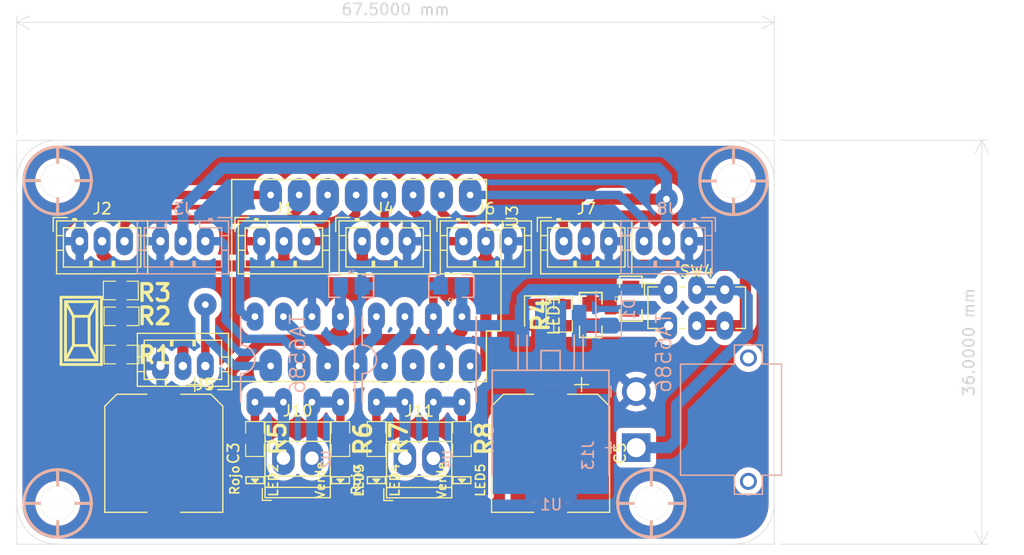
<source format=kicad_pcb>
(kicad_pcb (version 20240108) (generator "pcbnew") (generator_version "8.0")
  (layers (0 "F.Cu" signal) (31 "B.Cu" signal) (34 "B.Paste" user) (35 "F.Paste" user) (36 "B.SilkS" user "B.Silkscreen") (37 "F.SilkS" user "F.Silkscreen") (38 "B.Mask" user) (39 "F.Mask" user) (44 "Edge.Cuts" user))
  (net 0 "")
  (net 1 "VCC")
  (net 2 "GND")
  (net 3 "+5V")
  (net 4 "/JS40F-I")
  (net 5 "/JS40F-LI")
  (net 6 "/QRE-I")
  (net 7 "/JS40F-M")
  (net 8 "/QRE-M")
  (net 9 "/JS40F-D")
  (net 10 "/JS40F-LD")
  (net 11 "/QRE-D")
  (net 12 "/START")
  (net 13 "Net-(R2-Pad2)")
  (net 14 "/MI_A")
  (net 15 "/MI_B")
  (net 17 "/MD_A")
  (net 18 "/MD_B")
  (net 19 "Net-(U2-BO1)")
  (net 20 "Net-(U2-FO1)")
  (net 21 "Net-(U4-BO1)")
  (net 22 "Net-(U4-FO1)")
  (net 23 "/5V")
  (net 24 "Net-(J13-PadP)")
  (net 25 "Net-(LED1-A)")
  (net 26 "Net-(LED2-A)")
  (net 27 "Net-(LED3-A)")
  (net 28 "Net-(LED4-A)")
  (net 29 "Net-(LED5-A)")
  (footprint "EESTN5:R_0805" (layer "F.Cu") (at 118.165002 60.0975 -90)
    (property "Reference" "R8" (at 0 -2 90) (layer "F.SilkS") (effects (font (size 1.5 1.5) (thickness 0.3))))
    (property "Value" "22k" (hide yes))
    (pad "1" smd rect (at -0.9525 0 270) (size 0.889 1.397) (layers "F.Cu" "F.Paste" "F.Mask") (net 22 "Net-(U4-FO1)"))
    (pad "2" smd rect (at 0.9525 0 270) (size 0.889 1.397) (layers "F.Cu" "F.Paste" "F.Mask") (net 29 "Net-(LED5-A)"))
  )
  (footprint "EESTN5:R_0805" (layer "F.Cu") (at 127.18 49.0725 90)
    (property "Reference" "R4" (at 0 -2 90) (layer "F.SilkS") (effects (font (size 1.5 1.5) (thickness 0.3))))
    (property "Value" "R" (hide yes))
    (pad "1" smd rect (at -0.9525 0 90) (size 0.889 1.397) (layers "F.Cu" "F.Paste" "F.Mask") (net 23 "/5V"))
    (pad "2" smd rect (at 0.9525 0 90) (size 0.889 1.397) (layers "F.Cu" "F.Paste" "F.Mask") (net 25 "Net-(LED1-A)"))
  )
  (footprint "Capacitor_SMD:CP_Elec_10x10" (layer "F.Cu") (at 91.6 61.4 -90)
    (property "Reference" "C3" (at 0 -6.2 90) (layer "F.SilkS"))
    (property "Value" "470uF")
    (pad "1" smd roundrect (at -4 0 270) (size 4 2.5) (layers "F.Cu" "F.Paste" "F.Mask") (roundrect_rratio 0.1) (net 1 "VCC"))
    (pad "2" smd roundrect (at 4 0 270) (size 4 2.5) (layers "F.Cu" "F.Paste" "F.Mask") (roundrect_rratio 0.1) (net 2 "GND"))
  )
  (footprint "Connector_JST:JST_PH_B3B-PH-K_1x03_P2.00mm_Vertical" (layer "F.Cu") (at 109.28 42.5)
    (property "Reference" "J4" (at 2 -2.9 0) (layer "F.SilkS"))
    (property "Value" "JS40F-M")
    (pad "1" thru_hole oval (at 0 0) (size 1.5 2.5) (drill 0.75) (layers "*.Cu" "*.Mask") (net 3 "+5V"))
    (pad "2" thru_hole oval (at 2 0) (size 1.5 2.5) (drill 0.75) (layers "*.Cu" "*.Mask") (net 7 "/JS40F-M"))
    (pad "3" thru_hole oval (at 4 0) (size 1.5 2.5) (drill 0.75) (layers "*.Cu" "*.Mask") (net 2 "GND"))
  )
  (footprint "LED_SMD:LED_0805_2012Metric" (layer "F.Cu") (at 124.71 49.0575 -90)
    (property "Reference" "LED1" (at 0 -1.65 90) (layer "F.SilkS"))
    (property "Value" "LED")
    (pad "1" smd roundrect (at -0.9375 0 270) (size 0.975 1.4) (layers "F.Cu" "F.Paste" "F.Mask") (net 25 "Net-(LED1-A)"))
    (pad "2" smd roundrect (at 0.9375 0 270) (size 0.975 1.4) (layers "F.Cu" "F.Paste" "F.Mask") (net 2 "GND"))
  )
  (footprint "EESTN5:R_0805" (layer "F.Cu") (at 87.8 49.195)
    (property "Reference" "R3" (at 2.9675 -2.0925 0) (layer "F.SilkS") (effects (font (size 1.5 1.5) (thickness 0.3))))
    (property "Value" "22k" (hide yes))
    (pad "1" smd rect (at -0.9525 0) (size 0.889 1.397) (layers "F.Cu" "F.Paste" "F.Mask") (net 13 "Net-(R2-Pad2)"))
    (pad "2" smd rect (at 0.9525 0) (size 0.889 1.397) (layers "F.Cu" "F.Paste" "F.Mask") (net 2 "GND"))
  )
  (footprint "Connector_JST:JST_PH_B3B-PH-K_1x03_P2.00mm_Vertical" (layer "F.Cu") (at 84.1 42.5)
    (property "Reference" "J2" (at 2 -2.9 0) (layer "F.SilkS"))
    (property "Value" "JS40F-LI")
    (pad "1" thru_hole oval (at 0 0) (size 1.5 2.5) (drill 0.75) (layers "*.Cu" "*.Mask") (net 2 "GND"))
    (pad "2" thru_hole oval (at 2 0) (size 1.5 2.5) (drill 0.75) (layers "*.Cu" "*.Mask") (net 3 "+5V"))
    (pad "3" thru_hole oval (at 4 0) (size 1.5 2.5) (drill 0.75) (layers "*.Cu" "*.Mask") (net 5 "/JS40F-LI"))
  )
  (footprint "EESTN5:hole_3mm" (layer "F.Cu") (at 82.14 65.86)
    (property "Reference" "H2" (hide yes))
    (property "Value" "Mounting_Hole" (hide yes))
    (pad "2" thru_hole circle (at 0 0) (size 3 3) (drill 3) (layers "*.Cu" "F.SilkS"))
  )
  (footprint "EESTN5:TB 2.54mm" (layer "F.Cu") (at 102.26 61.83375)
    (property "Reference" "J10" (at 1.27 -4.22 0) (layer "F.SilkS"))
    (property "Value" "MOTOR-I")
    (pad "1" thru_hole oval (at 0 0) (size 2 3) (drill 1.2) (layers "*.Cu" "*.Mask") (net 19 "Net-(U2-BO1)"))
    (pad "2" thru_hole oval (at 2.54 0) (size 2 3) (drill 1.2) (layers "*.Cu" "*.Mask") (net 20 "Net-(U2-FO1)"))
  )
  (footprint "EESTN5:hole_3mm" (layer "F.Cu") (at 135.05 65.86)
    (property "Reference" "H4" (hide yes))
    (property "Value" "Mounting_Hole" (hide yes))
    (pad "4" thru_hole circle (at 0 0) (size 3 3) (drill 3) (layers "*.Cu" "F.SilkS"))
  )
  (footprint "EESTN5:hole_3mm" (layer "F.Cu") (at 82.14 37.1)
    (property "Reference" "H1" (hide yes))
    (property "Value" "Mounting_Hole" (hide yes))
    (pad "1" thru_hole circle (at 0 0) (size 3 3) (drill 3) (layers "*.Cu" "F.SilkS"))
  )
  (footprint "Connector_JST:JST_PH_B3B-PH-K_1x03_P2.00mm_Vertical" (layer "F.Cu") (at 118.3 42.5)
    (property "Reference" "J6" (at 2 -2.9 0) (layer "F.SilkS"))
    (property "Value" "JS40F-D")
    (pad "1" thru_hole oval (at 0 0) (size 1.5 2.5) (drill 0.75) (layers "*.Cu" "*.Mask") (net 9 "/JS40F-D"))
    (pad "2" thru_hole oval (at 2 0) (size 1.5 2.5) (drill 0.75) (layers "*.Cu" "*.Mask") (net 3 "+5V"))
    (pad "3" thru_hole oval (at 4 0) (size 1.5 2.5) (drill 0.75) (layers "*.Cu" "*.Mask") (net 2 "GND"))
  )
  (footprint "Button_Switch_THT:SW_E-Switch_EG1271_SPDT" (layer "F.Cu") (at 136.5925 46.825)
    (property "Reference" "SW4" (at 2.5 -1.65 0) (layer "F.SilkS"))
    (property "Value" "SW_DIP_x03")
    (pad "1" thru_hole oval (at 0 0) (size 1.5 2.5) (drill 0.8) (layers "*.Cu" "*.Mask") (net 1 "VCC"))
    (pad "2" thru_hole oval (at 2.5 0) (size 1.5 2.5) (drill 0.8) (layers "*.Cu" "*.Mask") (net 24 "Net-(J13-PadP)"))
    (pad "3" thru_hole oval (at 5 0) (size 1.5 2.5) (drill 0.8) (layers "*.Cu" "*.Mask") (net 24 "Net-(J13-PadP)"))
    (pad "4" thru_hole oval (at 0 3.2) (size 1.5 2.5) (drill 0.8) (layers "*.Cu" "*.Mask") (net 23 "/5V"))
    (pad "5" thru_hole oval (at 2.5 3.2) (size 1.5 2.5) (drill 0.8) (layers "*.Cu" "*.Mask") (net 3 "+5V"))
    (pad "6" thru_hole oval (at 5 3.2) (size 1.5 2.5) (drill 0.8) (layers "*.Cu" "*.Mask") (net 3 "+5V"))
  )
  (footprint "EESTN5:MODULE_ESP32-C3_SUPERMINI" (layer "F.Cu") (at 109 46 -90)
    (property "Reference" "U3" (at -5.715 -13.6525 90) (layer "F.SilkS"))
    (property "Value" "ESP32-C3_SUPERMINI_TH")
    (pad "0" thru_hole oval (at 7.62 7.88 270) (size 3 2) (drill 0.6) (layers "*.Cu" "*.Mask") (net 8 "/QRE-M"))
    (pad "1" thru_hole oval (at 7.62 5.34 270) (size 3 2) (drill 0.6) (layers "*.Cu" "*.Mask") (net 6 "/QRE-I"))
    (pad "2" thru_hole oval (at 7.62 2.8 270) (size 3 2) (drill 0.6) (layers "*.Cu" "*.Mask") (net 15 "/MI_B"))
    (pad "3" thru_hole oval (at 7.62 0.26 270) (size 3 2) (drill 0.6) (layers "*.Cu" "*.Mask") (net 17 "/MD_A"))
    (pad "3.3" thru_hole oval (at 7.62 -4.82 270) (size 3 2) (drill 0.6) (layers "*.Cu" "*.Mask"))
    (pad "4" thru_hole oval (at 7.62 -2.28 270) (size 3 2) (drill 0.6) (layers "*.Cu" "*.Mask") (net 18 "/MD_B"))
    (pad "5" thru_hole oval (at -7.62 -9.9 270) (size 3 2) (drill 0.6) (layers "*.Cu" "*.Mask") (net 11 "/QRE-D"))
    (pad "5V" thru_hole oval (at 7.62 -9.9 270) (size 3 2) (drill 0.6) (layers "*.Cu" "*.Mask") (net 3 "+5V"))
    (pad "6" thru_hole oval (at -7.62 -7.36 270) (size 3 2) (drill 0.6) (layers "*.Cu" "*.Mask") (net 10 "/JS40F-LD"))
    (pad "7" thru_hole oval (at -7.62 -4.82 270) (size 3 2) (drill 0.6) (layers "*.Cu" "*.Mask") (net 9 "/JS40F-D"))
    (pad "8" thru_hole oval (at -7.62 -2.28 270) (size 3 2) (drill 0.6) (layers "*.Cu" "*.Mask") (net 7 "/JS40F-M"))
    (pad "9" thru_hole oval (at -7.62 0.26 270) (size 3 2) (drill 0.6) (layers "*.Cu" "*.Mask") (net 4 "/JS40F-I"))
    (pad "10" thru_hole oval (at -7.62 2.8 270) (size 3 2) (drill 0.6) (layers "*.Cu" "*.Mask") (net 14 "/MI_A"))
    (pad "20" thru_hole oval (at -7.62 5.34 270) (size 3 2) (drill 0.6) (layers "*.Cu" "*.Mask") (net 5 "/JS40F-LI"))
    (pad "21" thru_hole oval (at -7.62 7.88 270) (size 3 2) (drill 0.6) (layers "*.Cu" "*.Mask") (net 12 "/START"))
    (pad "G" thru_hole oval (at 7.62 -7.36 270) (size 3 2) (drill 0.6) (layers "*.Cu" "*.Mask") (net 2 "GND"))
  )
  (footprint "Connector_JST:JST_PH_B3B-PH-K_1x03_P2.00mm_Vertical" (layer "F.Cu") (at 95.3 53.62 180)
    (property "Reference" "J5" (at 0.025 -1.65 0) (layer "F.SilkS"))
    (property "Value" "QRE-M")
    (pad "1" thru_hole oval (at 0 0 180) (size 1.5 2.5) (drill 0.75) (layers "*.Cu" "*.Mask") (net 8 "/QRE-M"))
    (pad "2" thru_hole oval (at 2 0 180) (size 1.5 2.5) (drill 0.75) (layers "*.Cu" "*.Mask") (net 3 "+5V"))
    (pad "3" thru_hole oval (at 4 0 180) (size 1.5 2.5) (drill 0.75) (layers "*.Cu" "*.Mask") (net 2 "GND"))
  )
  (footprint "EESTN5:Pulsador_SMD_2_BAJO" (layer "F.Cu") (at 84.23925 50.48918 -90)
    (property "Reference" "SW2" (hide yes))
    (property "Value" "SW_Push" (hide yes))
    (pad "1" smd rect (at -3.59918 0 270) (size 1.00076 1.00076) (layers "F.Cu" "F.Paste" "F.Mask") (net 13 "Net-(R2-Pad2)"))
    (pad "2" smd rect (at 3.59918 0 270) (size 1.00076 1.00076) (layers "F.Cu" "F.Paste" "F.Mask") (net 12 "/START"))
  )
  (footprint "EESTN5:R_0805" (layer "F.Cu") (at 87.8 46.89 180)
    (property "Reference" "R2" (at -2.9775 -2.2925 0) (layer "F.SilkS") (effects (font (size 1.5 1.5) (thickness 0.3))))
    (property "Value" "10K" (hide yes))
    (pad "1" smd rect (at -0.9525 0 180) (size 0.889 1.397) (layers "F.Cu" "F.Paste" "F.Mask") (net 3 "+5V"))
    (pad "2" smd rect (at 0.9525 0 180) (size 0.889 1.397) (layers "F.Cu" "F.Paste" "F.Mask") (net 13 "Net-(R2-Pad2)"))
  )
  (footprint "EESTN5:R_0805" (layer "F.Cu") (at 87.8 52.6)
    (property "Reference" "R1" (at 2.9875 0.0425 0) (layer "F.SilkS") (effects (font (size 1.5 1.5) (thickness 0.3))))
    (property "Value" "1K" (hide yes))
    (pad "1" smd rect (at -0.9525 0) (size 0.889 1.397) (layers "F.Cu" "F.Paste" "F.Mask") (net 12 "/START"))
    (pad "2" smd rect (at 0.9525 0) (size 0.889 1.397) (layers "F.Cu" "F.Paste" "F.Mask") (net 2 "GND"))
  )
  (footprint "EESTN5:R_0805" (layer "F.Cu") (at 110.545002 60.0975 -90)
    (property "Reference" "R7" (at 0 -2 90) (layer "F.SilkS") (effects (font (size 1.5 1.5) (thickness 0.3))))
    (property "Value" "22k" (hide yes))
    (pad "1" smd rect (at -0.9525 0 270) (size 0.889 1.397) (layers "F.Cu" "F.Paste" "F.Mask") (net 21 "Net-(U4-BO1)"))
    (pad "2" smd rect (at 0.9525 0 270) (size 0.889 1.397) (layers "F.Cu" "F.Paste" "F.Mask") (net 28 "Net-(LED4-A)"))
  )
  (footprint "Connector_JST:JST_PH_B3B-PH-K_1x03_P2.00mm_Vertical" (layer "F.Cu") (at 100.3 42.5)
    (property "Reference" "J1" (at 2 -2.9 0) (layer "F.SilkS"))
    (property "Value" "JS40F-I")
    (pad "1" thru_hole oval (at 0 0) (size 1.5 2.5) (drill 0.75) (layers "*.Cu" "*.Mask") (net 2 "GND"))
    (pad "2" thru_hole oval (at 2 0) (size 1.5 2.5) (drill 0.75) (layers "*.Cu" "*.Mask") (net 3 "+5V"))
    (pad "3" thru_hole oval (at 4 0) (size 1.5 2.5) (drill 0.75) (layers "*.Cu" "*.Mask") (net 4 "/JS40F-I"))
  )
  (footprint "EESTN5:C_0805" (layer "F.Cu") (at 133.22 47.62 90)
    (property "Reference" "C1" (at 0 -1.25 90) (layer "F.SilkS") (effects (font (size 0.29972 0.29972) (thickness 0.06096))))
    (property "Value" "330nF" (hide yes))
    (pad "1" smd rect (at 0.9525 0 90) (size 1.30048 1.4986) (layers "F.Cu" "F.Paste" "F.Mask") (net 1 "VCC"))
    (pad "2" smd rect (at -0.9525 0 90) (size 1.30048 1.4986) (layers "F.Cu" "F.Paste" "F.Mask") (net 2 "GND"))
  )
  (footprint "Connector_JST:JST_PH_B3B-PH-K_1x03_P2.00mm_Vertical" (layer "F.Cu") (at 127.25 42.5)
    (property "Reference" "J7" (at 2 -2.9 0) (layer "F.SilkS"))
    (property "Value" "JS40F-LD")
    (pad "1" thru_hole oval (at 0 0) (size 1.5 2.5) (drill 0.75) (layers "*.Cu" "*.Mask") (net 10 "/JS40F-LD"))
    (pad "2" thru_hole oval (at 2 0) (size 1.5 2.5) (drill 0.75) (layers "*.Cu" "*.Mask") (net 3 "+5V"))
    (pad "3" thru_hole oval (at 4 0) (size 1.5 2.5) (drill 0.75) (layers "*.Cu" "*.Mask") (net 2 "GND"))
  )
  (footprint "EESTN5:Led_0805" (layer "F.Cu") (at 118.165002 63.8 -90)
    (property "Reference" "LED5" (at 0 -1.651 90) (layer "F.SilkS") (effects (font (size 0.8001 0.8001) (thickness 0.14986))))
    (property "Value" "Verde" (at 0 1.80086 90) (layer "F.SilkS") (effects (font (size 0.8001 0.8001) (thickness 0.14986))))
    (pad "1" smd rect (at -1.04902 0 270) (size 1.19888 1.19888) (layers "F.Cu" "F.Paste" "F.Mask") (net 29 "Net-(LED5-A)"))
    (pad "2" smd rect (at 1.04902 0 270) (size 1.19888 1.19888) (layers "F.Cu" "F.Paste" "F.Mask") (net 2 "GND"))
  )
  (footprint "EESTN5:TB 2.54mm" (layer "F.Cu") (at 113.085002 61.85)
    (property "Reference" "J11" (at 1.27 -4.22 0) (layer "F.SilkS"))
    (property "Value" "MOTOR-D")
    (pad "1" thru_hole oval (at 0 0) (size 2 3) (drill 1.2) (layers "*.Cu" "*.Mask") (net 21 "Net-(U4-BO1)"))
    (pad "2" thru_hole oval (at 2.54 0) (size 2 3) (drill 1.2) (layers "*.Cu" "*.Mask") (net 22 "Net-(U4-FO1)"))
  )
  (footprint "EESTN5:C_0805" (layer "F.Cu") (at 129.65 49.0725 -90)
    (property "Reference" "C2" (hide yes))
    (property "Value" "100nF" (hide yes))
    (pad "1" smd rect (at 0.9525 0 270) (size 1.30048 1.4986) (layers "F.Cu" "F.Paste" "F.Mask") (net 23 "/5V"))
    (pad "2" smd rect (at -0.9525 0 270) (size 1.30048 1.4986) (layers "F.Cu" "F.Paste" "F.Mask") (net 2 "GND"))
  )
  (footprint "EESTN5:R_0805" (layer "F.Cu") (at 99.72 60.0975 -90)
    (property "Reference" "R5" (at 0 -2 90) (layer "F.SilkS") (effects (font (size 1.5 1.5) (thickness 0.3))))
    (property "Value" "22k" (hide yes))
    (pad "1" smd rect (at -0.9525 0 270) (size 0.889 1.397) (layers "F.Cu" "F.Paste" "F.Mask") (net 19 "Net-(U2-BO1)"))
    (pad "2" smd rect (at 0.9525 0 270) (size 0.889 1.397) (layers "F.Cu" "F.Paste" "F.Mask") (net 26 "Net-(LED2-A)"))
  )
  (footprint "Capacitor_SMD:CP_Elec_10x10" (layer "F.Cu") (at 126.07 61.4 -90)
    (property "Reference" "C5" (at 0 -6.2 90) (layer "F.SilkS"))
    (property "Value" "470uF")
    (pad "1" smd roundrect (at -4 0 270) (size 4 2.5) (layers "F.Cu" "F.Paste" "F.Mask") (roundrect_rratio 0.1) (net 1 "VCC"))
    (pad "2" smd roundrect (at 4 0 270) (size 4 2.5) (layers "F.Cu" "F.Paste" "F.Mask") (roundrect_rratio 0.1) (net 2 "GND"))
  )
  (footprint "EESTN5:Led_0805" (layer "F.Cu") (at 107.34 63.8 -90)
    (property "Reference" "LED3" (at 0 -1.651 90) (layer "F.SilkS") (effects (font (size 0.8001 0.8001) (thickness 0.14986))))
    (property "Value" "Verde" (at 0 1.80086 90) (layer "F.SilkS") (effects (font (size 0.8001 0.8001) (thickness 0.14986))))
    (pad "1" smd rect (at -1.04902 0 270) (size 1.19888 1.19888) (layers "F.Cu" "F.Paste" "F.Mask") (net 27 "Net-(LED3-A)"))
    (pad "2" smd rect (at 1.04902 0 270) (size 1.19888 1.19888) (layers "F.Cu" "F.Paste" "F.Mask") (net 2 "GND"))
  )
  (footprint "EESTN5:hole_3mm" (layer "F.Cu") (at 142.37 37.13)
    (property "Reference" "H3" (hide yes))
    (property "Value" "Mounting_Hole" (hide yes))
    (pad "3" thru_hole circle (at 0 0) (size 3 3) (drill 3) (layers "*.Cu" "F.SilkS"))
  )
  (footprint "EESTN5:Led_0805" (layer "F.Cu") (at 99.72 63.8 -90)
    (property "Reference" "LED2" (at 0 -1.651 90) (layer "F.SilkS") (effects (font (size 0.8001 0.8001) (thickness 0.14986))))
    (property "Value" "Rojo" (at 0 1.80086 90) (layer "F.SilkS") (effects (font (size 0.8001 0.8001) (thickness 0.14986))))
    (pad "1" smd rect (at -1.04902 0 270) (size 1.19888 1.19888) (layers "F.Cu" "F.Paste" "F.Mask") (net 26 "Net-(LED2-A)"))
    (pad "2" smd rect (at 1.04902 0 270) (size 1.19888 1.19888) (layers "F.Cu" "F.Paste" "F.Mask") (net 2 "GND"))
  )
  (footprint "EESTN5:R_0805" (layer "F.Cu") (at 107.34 60.0975 -90)
    (property "Reference" "R6" (at 0 -2 90) (layer "F.SilkS") (effects (font (size 1.5 1.5) (thickness 0.3))))
    (property "Value" "22k" (hide yes))
    (pad "1" smd rect (at -0.9525 0 270) (size 0.889 1.397) (layers "F.Cu" "F.Paste" "F.Mask") (net 20 "Net-(U2-FO1)"))
    (pad "2" smd rect (at 0.9525 0 270) (size 0.889 1.397) (layers "F.Cu" "F.Paste" "F.Mask") (net 27 "Net-(LED3-A)"))
  )
  (footprint "EESTN5:Led_0805" (layer "F.Cu") (at 110.545002 63.8 -90)
    (property "Reference" "LED4" (at 0 -1.651 90) (layer "F.SilkS") (effects (font (size 0.8001 0.8001) (thickness 0.14986))))
    (property "Value" "Rojo" (at 0 1.80086 90) (layer "F.SilkS") (effects (font (size 0.8001 0.8001) (thickness 0.14986))))
    (pad "1" smd rect (at -1.04902 0 270) (size 1.19888 1.19888) (layers "F.Cu" "F.Paste" "F.Mask") (net 28 "Net-(LED4-A)"))
    (pad "2" smd rect (at 1.04902 0 270) (size 1.19888 1.19888) (layers "F.Cu" "F.Paste" "F.Mask") (net 2 "GND"))
  )
  (footprint "EESTN5:D2PAK" (layer "B.Cu") (at 126.07 58.675)
    (property "Reference" "U1" (at 0.0475 7.3 0) (layer "B.SilkS") (effects (justify mirror)))
    (property "Value" "L7805" (hide yes))
    (pad "1" smd rect (at -2.54 -8.65) (size 1.3 3.7) (layers "B.Cu" "B.Paste" "B.Mask") (net 1 "VCC"))
    (pad "2" smd rect (at 0 1.9) (size 10.3 8.9) (layers "B.Cu" "B.Paste" "B.Mask") (net 2 "GND"))
    (pad "3" smd rect (at 2.54 -8.65) (size 1.3 3.7) (layers "B.Cu" "B.Paste" "B.Mask") (net 23 "/5V"))
  )
  (footprint "EESTN5:C_0805" (layer "B.Cu") (at 117.212502 46.5)
    (property "Reference" "C4" (at 0 1.25 0) (layer "F.SilkS") (effects (font (size 0.29972 0.29972) (thickness 0.06096))))
    (property "Value" "100nF" (hide yes))
    (pad "1" smd rect (at 0.9525 0) (size 1.30048 1.4986) (layers "B.Cu" "B.Paste" "B.Mask") (net 1 "VCC"))
    (pad "2" smd rect (at -0.9525 0) (size 1.30048 1.4986) (layers "B.Cu" "B.Paste" "B.Mask") (net 2 "GND"))
  )
  (footprint "EESTN5:TA6586-FOOTPRINT" (layer "B.Cu") (at 116.895002 61.92 -90)
    (property "Reference" "U4" (at 0 0 90) (layer "B.SilkS") (effects (font (size 0.787402 0.787402)) (justify mirror)))
    (property "Value" "TA6586")
    (fp_text user "TA6586 " (at -8.968 -19.26 90) (layer "B.SilkS") (effects (font (size 1.32 1.32)) (justify mirror)))
    (pad "1" thru_hole oval (at -12.7 6.35 270) (size 2.5 1.5) (drill 0.6) (layers "*.Cu" "*.Mask") (net 17 "/MD_A"))
    (pad "2" thru_hole oval (at -12.7 3.81 270) (size 2.5 1.5) (drill 0.6) (layers "*.Cu" "*.Mask") (net 18 "/MD_B"))
    (pad "3" thru_hole oval (at -12.7 1.27 270) (size 2.5 1.5) (drill 0.6) (layers "*.Cu" "*.Mask") (net 2 "GND"))
    (pad "4" thru_hole oval (at -12.7 -1.27 270) (size 2.5 1.5) (drill 0.6) (layers "*.Cu" "*.Mask") (net 1 "VCC"))
    (pad "5" thru_hole oval (at -5.08 -1.27 270) (size 2.5 1.5) (drill 0.6) (layers "*.Cu" "*.Mask") (net 22 "Net-(U4-FO1)"))
    (pad "6" thru_hole oval (at -5.08 1.27 270) (size 2.5 1.5) (drill 0.6) (layers "*.Cu" "*.Mask") (net 22 "Net-(U4-FO1)"))
    (pad "7" thru_hole oval (at -5.08 3.81 270) (size 2.5 1.5) (drill 0.6) (layers "*.Cu" "*.Mask") (net 21 "Net-(U4-BO1)"))
    (pad "8" thru_hole oval (at -5.08 6.35 270) (size 2.5 1.5) (drill 0.6) (layers "*.Cu" "*.Mask") (net 21 "Net-(U4-BO1)"))
  )
  (footprint "Connector_JST:JST_PH_B3B-PH-K_1x03_P2.00mm_Vertical" (layer "B.Cu") (at 95.3 42.5 180)
    (property "Reference" "J3" (at 2 2.9 0) (layer "B.SilkS") (effects (justify mirror)))
    (property "Value" "QRE-I")
    (pad "1" thru_hole oval (at 0 0 180) (size 1.5 2.5) (drill 0.75) (layers "*.Cu" "*.Mask") (net 6 "/QRE-I"))
    (pad "2" thru_hole oval (at 2 0 180) (size 1.5 2.5) (drill 0.75) (layers "*.Cu" "*.Mask") (net 3 "+5V"))
    (pad "3" thru_hole oval (at 4 0 180) (size 1.5 2.5) (drill 0.75) (layers "*.Cu" "*.Mask") (net 2 "GND"))
  )
  (footprint "EESTN5:C_0805" (layer "B.Cu") (at 108.2925 46.5 180)
    (property "Reference" "C6" (at 0 1.25 0) (layer "B.SilkS") (effects (font (size 0.29972 0.29972) (thickness 0.06096)) (justify mirror)))
    (property "Value" "100nF" (hide yes))
    (pad "1" smd rect (at 0.9525 0 180) (size 1.30048 1.4986) (layers "B.Cu" "B.Paste" "B.Mask") (net 1 "VCC"))
    (pad "2" smd rect (at -0.9525 0 180) (size 1.30048 1.4986) (layers "B.Cu" "B.Paste" "B.Mask") (net 2 "GND"))
  )
  (footprint "Connector_JST:JST_PH_B3B-PH-K_1x03_P2.00mm_Vertical" (layer "B.Cu") (at 138.4 42.5 180)
    (property "Reference" "J8" (at 2 2.9 0) (layer "B.SilkS") (effects (justify mirror)))
    (property "Value" "QRE-D")
    (pad "1" thru_hole oval (at 0 0 180) (size 1.5 2.5) (drill 0.75) (layers "*.Cu" "*.Mask") (net 2 "GND"))
    (pad "2" thru_hole oval (at 2 0 180) (size 1.5 2.5) (drill 0.75) (layers "*.Cu" "*.Mask") (net 3 "+5V"))
    (pad "3" thru_hole oval (at 4 0 180) (size 1.5 2.5) (drill 0.75) (layers "*.Cu" "*.Mask") (net 11 "/QRE-D"))
  )
  (footprint "Diode_SMD:D_1206_3216Metric_Pad1.42x1.75mm_HandSolder" (layer "B.Cu") (at 131.24 48.5375 90)
    (property "Reference" "D1" (at 0 1.82 90) (layer "B.SilkS") (effects (justify mirror)))
    (property "Value" "DIODE")
    (pad "1" smd roundrect (at -1.4875 0 90) (size 1.425 1.75) (layers "B.Cu" "B.Paste" "B.Mask") (roundrect_rratio 0.175439) (net 23 "/5V"))
    (pad "2" smd roundrect (at 1.4875 0 90) (size 1.425 1.75) (layers "B.Cu" "B.Paste" "B.Mask") (roundrect_rratio 0.175439) (net 1 "VCC"))
  )
  (footprint "EESTN5:AMASS_XT30PW-M" (layer "B.Cu") (at 143.7 58.4 90)
    (property "Reference" "J13" (at -3.175 -14.2875 90) (layer "B.SilkS") (effects (justify mirror)))
    (property "Value" "XT30PW-M")
    (pad "N" thru_hole circle (at 2.5 -10 90) (size 2.55 2.55) (drill 1.7) (layers "*.Cu" "*.Mask") (net 2 "GND"))
    (pad "P" thru_hole rect (at -2.5 -10 90) (size 2.55 2.55) (drill 1.7) (layers "*.Cu" "*.Mask") (net 24 "Net-(J13-PadP)"))
    (pad "S1" thru_hole circle (at 5.5 0 90) (size 1.508 1.508) (drill 1) (layers "*.Cu" "*.Mask"))
    (pad "S2" thru_hole circle (at -5.5 0 90) (size 1.508 1.508) (drill 1) (layers "*.Cu" "*.Mask"))
  )
  (footprint "EESTN5:TA6586-FOOTPRINT" (layer "B.Cu") (at 106.07 61.92 -90)
    (property "Reference" "U2" (at 0 0 90) (layer "B.SilkS") (effects (font (size 0.787402 0.787402)) (justify mirror)))
    (property "Value" "TA6586")
    (fp_text user "TA6586 " (at -8.89 2.54 90) (layer "B.SilkS") (effects (font (size 1.32 1.32)) (justify mirror)))
    (pad "1" thru_hole oval (at -12.7 6.35 270) (size 2.5 1.5) (drill 0.6) (layers "*.Cu" "*.Mask") (net 14 "/MI_A"))
    (pad "2" thru_hole oval (at -12.7 3.81 270) (size 2.5 1.5) (drill 0.6) (layers "*.Cu" "*.Mask") (net 15 "/MI_B"))
    (pad "3" thru_hole oval (at -12.7 1.27 270) (size 2.5 1.5) (drill 0.6) (layers "*.Cu" "*.Mask") (net 2 "GND"))
    (pad "4" thru_hole oval (at -12.7 -1.27 270) (size 2.5 1.5) (drill 0.6) (layers "*.Cu" "*.Mask") (net 1 "VCC"))
    (pad "5" thru_hole oval (at -5.08 -1.27 270) (size 2.5 1.5) (drill 0.6) (layers "*.Cu" "*.Mask") (net 20 "Net-(U2-FO1)"))
    (pad "6" thru_hole oval (at -5.08 1.27 270) (size 2.5 1.5) (drill 0.6) (layers "*.Cu" "*.Mask") (net 20 "Net-(U2-FO1)"))
    (pad "7" thru_hole oval (at -5.08 3.81 270) (size 2.5 1.5) (drill 0.6) (layers "*.Cu" "*.Mask") (net 19 "Net-(U2-BO1)"))
    (pad "8" thru_hole oval (at -5.08 6.35 270) (size 2.5 1.5) (drill 0.6) (layers "*.Cu" "*.Mask") (net 19 "Net-(U2-BO1)"))
  )
  (gr_arc (start 146 65.9) (mid 144.945584 68.445584) (end 142.4 69.5) (stroke (width 0.05)) (layer "Edge.Cuts"))
  (gr_arc (start 82.1 69.5) (mid 79.554416 68.445584) (end 78.5 65.9) (stroke (width 0.05)) (layer "Edge.Cuts"))
  (gr_arc (start 78.5 37.1) (mid 79.554416 34.554416) (end 82.1 33.5) (stroke (width 0.05)) (layer "Edge.Cuts"))
  (gr_rect (start 78.5 33.5) (end 146 69.5) (stroke (width 0.05)) (fill none) (layer "Edge.Cuts"))
  (gr_arc (start 142.4 33.5) (mid 144.945584 34.554416) (end 146 37.1) (stroke (width 0.05)) (layer "Edge.Cuts"))
  (dimension (type aligned) (layer "Edge.Cuts") (pts (xy 146 33.5) (xy 146 69.5)) (height -18.5) (gr_text "36,0000 mm" (at 163.35 51.5 90) (layer "Edge.Cuts") (effects (font (size 1 1) (thickness 0.15)))) (format (prefix "") (suffix "") (units 3) (units_format 1) (precision 4)) (style (thickness 0.05) (arrow_length 1.27) (text_position_mode 0) (extension_height 0.58642) (extension_offset 0.5) keep_text_aligned))
  (dimension (type aligned) (layer "Edge.Cuts") (pts (xy 146 33.5) (xy 78.5 33.5)) (height 10.499999) (gr_text "67,5000 mm" (at 112.25 21.850001 0) (layer "Edge.Cuts") (effects (font (size 1 1) (thickness 0.15)))) (format (prefix "") (suffix "") (units 3) (units_format 1) (precision 4)) (style (thickness 0.05) (arrow_length 1.27) (text_position_mode 0) (extension_height 0.58642) (extension_offset 0.5) keep_text_aligned))
  (segment (start 126.07 57.4) (end 122.65 57.4) (width 1) (layer "F.Cu") (net 1))
  (segment (start 133.3775 46.825) (end 133.22 46.6675) (width 1) (layer "F.Cu") (net 1))
  (segment (start 97.6 56.4) (end 96.6 57.4) (width 1) (layer "F.Cu") (net 1))
  (segment (start 95.6 58.4) (end 96.6 57.4) (width 1) (layer "F.Cu") (net 1))
  (segment (start 96.6 57.4) (end 91.6 57.4) (width 1) (layer "F.Cu") (net 1))
  (segment (start 118.165002 50.534998) (end 117.43 51.27) (width 1) (layer "F.Cu") (net 1))
  (segment (start 119.8 67.25) (end 97.35 67.25) (width 1) (layer "F.Cu") (net 1))
  (segment (start 107.34 50.26) (end 106.28 51.32) (width 1) (layer "F.Cu") (net 1))
  (segment (start 106.28 51.32) (end 100.374416 51.32) (width 1) (layer "F.Cu") (net 1))
  (segment (start 118.165002 49.22) (end 118.165002 50.534998) (width 1) (layer "F.Cu") (net 1))
  (segment (start 100.374416 51.32) (end 97.6 54.094416) (width 1) (layer "F.Cu") (net 1))
  (segment (start 107.97 51.27) (end 107.34 50.64) (width 1) (layer "F.Cu") (net 1))
  (segment (start 97.6 54.094416) (end 97.6 56.4) (width 1) (layer "F.Cu") (net 1))
  (segment (start 117.43 51.27) (end 107.97 51.27) (width 1) (layer "F.Cu") (net 1))
  (segment (start 107.34 50.64) (end 107.34 49.22) (width 1) (layer "F.Cu") (net 1))
  (segment (start 136.5925 46.825) (end 133.3775 46.825) (width 1) (layer "F.Cu") (net 1))
  (segment (start 121.5 65.55) (end 119.8 67.25) (width 1) (layer "F.Cu") (net 1))
  (segment (start 121.5 58.55) (end 121.5 65.55) (width 1) (layer "F.Cu") (net 1))
  (segment (start 95.6 65.5) (end 95.6 58.4) (width 1) (layer "F.Cu") (net 1))
  (segment (start 97.35 67.25) (end 95.6 65.5) (width 1) (layer "F.Cu") (net 1))
  (segment (start 122.65 57.4) (end 121.5 58.55) (width 1) (layer "F.Cu") (net 1))
  (segment (start 107.34 49.22) (end 107.34 50.26) (width 1) (layer "F.Cu") (net 1))
  (segment (start 118.625 50.025) (end 123.53 50.025) (width 1) (layer "B.Cu") (net 1))
  (segment (start 118.165002 49.22) (end 118.165002 49.565002) (width 1) (layer "B.Cu") (net 1))
  (segment (start 123.53 50.025) (end 123.53 47.57) (width 1) (layer "B.Cu") (net 1))
  (segment (start 118.165002 49.565002) (end 118.625 50.025) (width 1) (layer "B.Cu") (net 1))
  (segment (start 124.275 46.825) (end 126.07 46.825) (width 1) (layer "B.Cu") (net 1))
  (segment (start 118.165002 49.22) (end 118.165002 46.7) (width 1) (layer "B.Cu") (net 1))
  (segment (start 107.34 49.22) (end 107.34 46.5) (width 1) (layer "B.Cu") (net 1))
  (segment (start 123.53 47.57) (end 124.275 46.825) (width 1) (layer "B.Cu") (net 1))
  (segment (start 126.07 46.825) (end 136.5925 46.825) (width 1) (layer "B.Cu") (net 1))
  (segment (start 102.3 42.5) (end 102.3 44.2) (width 1) (layer "F.Cu") (net 3))
  (segment (start 139.0925 50.025) (end 141.5925 50.025) (width 1) (layer "F.Cu") (net 3))
  (segment (start 89.1 44.7) (end 87.15 44.7) (width 1) (layer "F.Cu") (net 3))
  (segment (start 91.49 46.89) (end 89.1 46.89) (width 1) (layer "F.Cu") (net 3))
  (segment (start 109.28 43.72) (end 109.28 42.5) (width 1) (layer "F.Cu") (net 3))
  (segment (start 93.3 53.62) (end 93.3 48.5) (width 1) (layer "F.Cu") (net 3))
  (segment (start 129.25 40.2) (end 130.7 38.75) (width 1) (layer "F.Cu") (net 3))
  (segment (start 129.25 44.3) (end 129.25 42.5) (width 1) (layer "F.Cu") (net 3))
  (segment (start 101.8 44.7) (end 89.1 44.7) (width 1) (layer "F.Cu") (net 3))
  (segment (start 130.7 38.75) (end 136.4 38.75) (width 1) (layer "F.Cu") (net 3))
  (segment (start 119.55 44.7) (end 109.8 44.7) (width 1) (layer "F.Cu") (net 3))
  (segment (start 119.98 53.62) (end 120.3 53.3) (width 1) (layer "F.Cu") (net 3))
  (segment (start 143.43 49.7) (end 143.43 45.51) (width 1) (layer "F.Cu") (net 3))
  (segment (start 120.3 42.5) (end 120.3 44) (width 1) (layer "F.Cu") (net 3))
  (segment (start 142.57 44.65) (end 129.6 44.65) (width 1) (layer "F.Cu") (net 3))
  (segment (start 109.8 44.7) (end 109.28 44.18) (width 1) (layer "F.Cu") (net 3))
  (segment (start 120.3 43.95) (end 119.55 44.7) (width 1) (layer "F.Cu") (net 3))
  (segment (start 109.28 44.18) (end 109.28 43.72) (width 1) (layer "F.Cu") (net 3))
  (segment (start 129.25 42.5) (end 129.25 40.2) (width 1) (layer "F.Cu") (net 3))
  (segment (start 87.15 44.7) (end 86.1 43.65) (width 1) (layer "F.Cu") (net 3))
  (segment (start 141.5925 50.025) (end 143.105 50.025) (width 1) (layer "F.Cu") (net 3))
  (segment (start 102.3 44.2) (end 102.8 44.7) (width 1) (layer "F.Cu") (net 3))
  (segment (start 86.1 43.65) (end 86.1 42.5) (width 1) (layer "F.Cu") (net 3))
  (segment (start 120.94 44.64) (end 128.91 44.64) (width 1) (layer "F.Cu") (net 3))
  (segment (start 91.7 46.9) (end 91.5 46.9) (width 1) (layer "F.Cu") (net 3))
  (segment (start 108.8 44.7) (end 109.28 44.22) (width 1) (layer "F.Cu") (net 3))
  (segment (start 109.28 44.22) (end 109.28 43.72) (width 1) (layer "F.Cu") (net 3))
  (segment (start 118.9 53.62) (end 119.98 53.62) (width 1) (layer "F.Cu") (net 3))
  (segment (start 120.3 44) (end 120.94 44.64) (width 1) (layer "F.Cu") (net 3))
  (segment (start 102.8 44.7) (end 108.8 44.7) (width 1) (layer "F.Cu") (net 3))
  (segment (start 93.3 48.5) (end 91.7 46.9) (width 1) (layer "F.Cu") (net 3))
  (segment (start 102.3 44.2) (end 101.8 44.7) (width 1) (layer "F.Cu") (net 3))
  (segment (start 120.3 53.3) (end 120.3 42.5) (width 1) (layer "F.Cu") (net 3))
  (segment (start 128.91 44.64) (end 129.25 44.3) (width 1) (layer "F.Cu") (net 3))
  (segment (start 91.5 46.9) (end 91.49 46.89) (width 1) (layer "F.Cu") (net 3))
  (segment (start 143.105 50.025) (end 143.43 49.7) (width 1) (layer "F.Cu") (net 3))
  (segment (start 120.3 42.5) (end 120.3 43.95) (width 1) (layer "F.Cu") (net 3))
  (segment (start 89.1 46.89) (end 89.1 44.7) (width 1) (layer "F.Cu") (net 3))
  (segment (start 143.43 45.51) (end 142.57 44.65) (width 1) (layer "F.Cu") (net 3))
  (segment (start 129.6 44.65) (end 129.25 44.3) (width 1) (layer "F.Cu") (net 3))
  (via (at 136.4 38.75) (size 2) (drill 0.6) (layers "F.Cu" "B.Cu") (net 3))
  (segment (start 136.4 36.75) (end 135.65 36) (width 1) (layer "B.Cu") (net 3))
  (segment (start 136.4 42.5) (end 136.4 38.75) (width 1) (layer "B.Cu") (net 3))
  (segment (start 93.3 39.5) (end 93.3 42.5) (width 1) (layer "B.Cu") (net 3))
  (segment (start 135.65 36) (end 96.8 36) (width 1) (layer "B.Cu") (net 3))
  (segment (start 96.8 36) (end 93.3 39.5) (width 1) (layer "B.Cu") (net 3))
  (segment (start 136.4 38.75) (end 136.4 36.75) (width 1) (layer "B.Cu") (net 3))
  (segment (start 106.3 42.5) (end 108.74 40.06) (width 0.75) (layer "F.Cu") (net 4))
  (segment (start 104.3 42.5) (end 106.3 42.5) (width 0.75) (layer "F.Cu") (net 4))
  (segment (start 108.74 40.06) (end 108.74 38.38) (width 0.75) (layer "F.Cu") (net 4))
  (segment (start 88.545 40.555) (end 88.1 41) (width 0.75) (layer "F.Cu") (net 5))
  (segment (start 103.66 38.38) (end 103.66 39.64) (width 0.75) (layer "F.Cu") (net 5))
  (segment (start 88.1 41) (end 88.1 42.5) (width 0.75) (layer "F.Cu") (net 5))
  (segment (start 102.745 40.555) (end 88.545 40.555) (width 0.75) (layer "F.Cu") (net 5))
  (segment (start 103.66 39.64) (end 102.745 40.555) (width 0.75) (layer "F.Cu") (net 5))
  (segment (start 97.1 42.9) (end 96.7 42.5) (width 0.75) (layer "B.Cu") (net 6))
  (segment (start 103.66 53.62) (end 103.66 52.66) (width 0.75) (layer "B.Cu") (net 6))
  (segment (start 98.8 51.2) (end 97.1 49.5) (width 0.75) (layer "B.Cu") (net 6))
  (segment (start 97.1 49.5) (end 97.1 42.9) (width 0.75) (layer "B.Cu") (net 6))
  (segment (start 103.66 52.66) (end 102.2 51.2) (width 0.75) (layer "B.Cu") (net 6))
  (segment (start 102.2 51.2) (end 98.8 51.2) (width 0.75) (layer "B.Cu") (net 6))
  (segment (start 96.7 42.5) (end 95.3 42.5) (width 0.75) (layer "B.Cu") (net 6))
  (segment (start 111.28 42.5) (end 111.28 38.38) (width 0.75) (layer "F.Cu") (net 7))
  (segment (start 95.3 48.15) (end 95.3 53.62) (width 0.75) (layer "F.Cu") (net 8))
  (via (at 95.3 48.15) (size 2) (drill 0.6) (layers "F.Cu" "B.Cu") (net 8))
  (segment (start 101.12 53.62) (end 97.92 53.62) (width 0.75) (layer "B.Cu") (net 8))
  (segment (start 97.92 53.62) (end 95.3 51) (width 0.75) (layer "B.Cu") (net 8))
  (segment (start 95.3 51) (end 95.3 48.15) (width 0.75) (layer "B.Cu") (net 8))
  (segment (start 118.3 42.5) (end 116.5 42.5) (width 0.75) (layer "F.Cu") (net 9))
  (segment (start 116.5 42.5) (end 113.82 39.82) (width 0.75) (layer "F.Cu") (net 9))
  (segment (start 113.82 39.82) (end 113.82 38.38) (width 0.75) (layer "F.Cu") (net 9))
  (segment (start 117.005 40.555) (end 116.36 39.91) (width 0.75) (layer "F.Cu") (net 10))
  (segment (start 127.25 40.9) (end 126.905 40.555) (width 0.75) (layer "F.Cu") (net 10))
  (segment (start 116.36 39.91) (end 116.36 38.38) (width 0.75) (layer "F.Cu") (net 10))
  (segment (start 126.905 40.555) (end 117.005 40.555) (width 0.75) (layer "F.Cu") (net 10))
  (segment (start 127.25 42.5) (end 127.25 40.9) (width 0.75) (layer "F.Cu") (net 10))
  (segment (start 132.18 38.38) (end 118.9 38.38) (width 0.75) (layer "B.Cu") (net 11))
  (segment (start 134.4 40.6) (end 132.18 38.38) (width 0.75) (layer "B.Cu") (net 11))
  (segment (start 134.4 42.5) (end 134.4 40.6) (width 0.75) (layer "B.Cu") (net 11))
  (segment (start 86.61164 54.08836) (end 84.23925 54.08836) (width 0.75) (layer "F.Cu") (net 12))
  (segment (start 82.38836 54.08836) (end 81.3 53) (width 0.75) (layer "F.Cu") (net 12))
  (segment (start 81.3 53) (end 81.3 42.7) (width 0.75) (layer "F.Cu") (net 12))
  (segment (start 81.3 42.7) (end 85.62 38.38) (width 0.75) (layer "F.Cu") (net 12))
  (segment (start 85.62 38.38) (end 101.12 38.38) (width 0.75) (layer "F.Cu") (net 12))
  (segment (start 86.8475 52.6) (end 86.8475 53.8525) (width 0.75) (layer "F.Cu") (net 12))
  (segment (start 86.8475 53.8525) (end 86.61164 54.08836) (width 0.75) (layer "F.Cu") (net 12))
  (segment (start 84.23925 54.08836) (end 82.38836 54.08836) (width 0.75) (layer "F.Cu") (net 12))
  (segment (start 86.8475 46.89) (end 84.23925 46.89) (width 0.75) (layer "F.Cu") (net 13))
  (segment (start 86.8475 49.195) (end 86.8475 46.89) (width 0.75) (layer "F.Cu") (net 13))
  (segment (start 98.92 49.22) (end 99.72 49.22) (width 0.75) (layer "B.Cu") (net 14))
  (segment (start 106.2 40) (end 105.645 40.555) (width 0.75) (layer "B.Cu") (net 14))
  (segment (start 106.2 38.38) (end 106.2 40) (width 0.75) (layer "B.Cu") (net 14))
  (segment (start 98.4 48.7) (end 98.92 49.22) (width 0.75) (layer "B.Cu") (net 14))
  (segment (start 98.4 41.5) (end 98.4 48.7) (width 0.75) (layer "B.Cu") (net 14))
  (segment (start 99.345 40.555) (end 98.4 41.5) (width 0.75) (layer "B.Cu") (net 14))
  (segment (start 105.645 40.555) (end 99.345 40.555) (width 0.75) (layer "B.Cu") (net 14))
  (segment (start 104.07 51.27) (end 102.26 49.46) (width 1) (layer "B.Cu") (net 15))
  (segment (start 102.26 49.46) (end 102.26 49.22) (width 1) (layer "B.Cu") (net 15))
  (segment (start 106.2 53.62) (end 106.2 52.8) (width 1) (layer "B.Cu") (net 15))
  (segment (start 106.2 52.8) (end 104.67 51.27) (width 1) (layer "B.Cu") (net 15))
  (segment (start 104.67 51.27) (end 104.07 51.27) (width 1) (layer "B.Cu") (net 15))
  (segment (start 110.545002 49.22) (end 110.545002 50.854998) (width 1) (layer "B.Cu") (net 17))
  (segment (start 108.74 52.66) (end 108.74 53.62) (width 1) (layer "B.Cu") (net 17))
  (segment (start 110.545002 50.854998) (end 108.74 52.66) (width 1) (layer "B.Cu") (net 17))
  (segment (start 111.28 53.62) (end 111.28 52.52) (width 1) (layer "B.Cu") (net 18))
  (segment (start 111.28 52.52) (end 113.085002 50.714998) (width 1) (layer "B.Cu") (net 18))
  (segment (start 113.085002 50.714998) (end 113.085002 49.22) (width 1) (layer "B.Cu") (net 18))
  (segment (start 99.72 59.145) (end 99.72 56.84) (width 0.75) (layer "F.Cu") (net 19))
  (segment (start 102.26 56.84) (end 102.26 61.83375) (width 1) (layer "B.Cu") (net 19))
  (segment (start 99.72 56.84) (end 102.26 56.84) (width 1) (layer "B.Cu") (net 19))
  (segment (start 107.34 59.145) (end 107.34 56.84) (width 0.75) (layer "F.Cu") (net 20))
  (segment (start 104.8 56.84) (end 104.8 61.83375) (width 1) (layer "B.Cu") (net 20))
  (segment (start 104.8 56.84) (end 107.34 56.84) (width 1) (layer "B.Cu") (net 20))
  (segment (start 110.545002 59.145) (end 110.545002 56.84) (width 0.75) (layer "F.Cu") (net 21))
  (segment (start 110.545002 56.84) (end 113.085002 56.84) (width 1) (layer "B.Cu") (net 21))
  (segment (start 113.085002 56.84) (end 113.085002 61.85) (width 1) (layer "B.Cu") (net 21))
  (segment (start 118.165002 59.145) (end 118.165002 56.84) (width 0.75) (layer "F.Cu") (net 22))
  (segment (start 115.625002 56.84) (end 115.625002 61.85) (width 1) (layer "B.Cu") (net 22))
  (segment (start 115.625002 56.84) (end 118.165002 56.84) (width 1) (layer "B.Cu") (net 22))
  (segment (start 129.65 50.025) (end 127.18 50.025) (width 1) (layer "F.Cu") (net 23))
  (segment (start 136.5925 50.025) (end 129.65 50.025) (width 1) (layer "F.Cu") (net 23))
  (segment (start 128.61 50.025) (end 136.5925 50.025) (width 1) (layer "B.Cu") (net 23))
  (segment (start 141.5925 46.825) (end 142.945 46.825) (width 1) (layer "B.Cu") (net 24))
  (segment (start 142.945 46.825) (end 143.59 47.47) (width 1) (layer "B.Cu") (net 24))
  (segment (start 137.29 57.112312) (end 137.29 60.21) (width 1) (layer "B.Cu") (net 24))
  (segment (start 137.29 60.21) (end 136.6 60.9) (width 1) (layer "B.Cu") (net 24))
  (segment (start 139.0925 46.825) (end 141.5925 46.825) (width 1) (layer "B.Cu") (net 24))
  (segment (start 143.59 47.47) (end 143.59 50.812312) (width 1) (layer "B.Cu") (net 24))
  (segment (start 143.59 50.812312) (end 137.29 57.112312) (width 1) (layer "B.Cu") (net 24))
  (segment (start 136.6 60.9) (end 133.7 60.9) (width 1) (layer "B.Cu") (net 24))
  (segment (start 127.18 48.12) (end 124.71 48.12) (width 1) (layer "F.Cu") (net 25))
  (segment (start 99.72 62.75098) (end 99.72 61.05) (width 0.75) (layer "F.Cu") (net 26))
  (segment (start 107.34 62.75098) (end 107.34 61.05) (width 0.75) (layer "F.Cu") (net 27))
  (segment (start 110.545002 62.75098) (end 110.545002 61.05) (width 0.75) (layer "F.Cu") (net 28))
  (segment (start 118.165002 62.75098) (end 118.165002 61.05) (width 0.75) (layer "F.Cu") (net 29))
  (zone (net 2) (net_name "GND") (layers "F&B.Cu") (connect_pads (clearance 0.5)) (min_thickness 0.25) (fill yes (thermal_gap 0.5) (thermal_bridge_width 0.75) (island_removal_mode 1) (island_area_min 10))
    (polygon (pts (xy 148 31.5) (xy 148 70.5) (xy 77 70.5) (xy 77 31.5)))
  )
  (zone (net 2) (net_name "GND") (layer "B.Cu") (priority 1) (connect_pads yes (clearance 0.5)) (min_thickness 0.25) (fill yes (thermal_gap 0.5) (thermal_bridge_width 0.75) (island_removal_mode 1) (island_area_min 10))
    (polygon (pts (xy 123.8 55.4) (xy 128.4 55.4) (xy 128.4 65.8) (xy 123.8 65.8)))
  )
)
</source>
